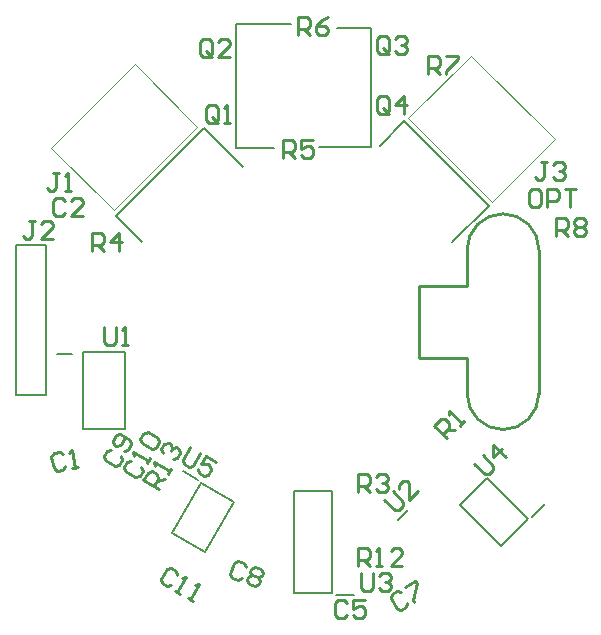
<source format=gbr>
%TF.GenerationSoftware,Altium Limited,Altium Designer,22.1.2 (22)*%
G04 Layer_Color=65535*
%FSLAX45Y45*%
%MOMM*%
%TF.SameCoordinates,A05C4332-DD78-49BD-A17D-671ED2E2A3CF*%
%TF.FilePolarity,Positive*%
%TF.FileFunction,Legend,Top*%
%TF.Part,Single*%
G01*
G75*
%TA.AperFunction,NonConductor*%
%ADD48C,0.25400*%
%ADD62C,0.20000*%
%ADD63C,0.10000*%
D48*
X3950991Y1992383D02*
G03*
X4558609Y1992383I303809J-991D01*
G01*
X4559600Y3208541D02*
G03*
X3950000Y3208541I-304800J1058D01*
G01*
X4559600Y1992383D02*
Y3208541D01*
X3951983Y1992383D02*
Y2295200D01*
X3950000Y2904800D02*
Y3208541D01*
X3543600Y2904800D02*
X3950000D01*
X3543600Y2295200D02*
X3951983D01*
X3543600D02*
Y2904800D01*
X3289308Y4889517D02*
Y4991083D01*
X3263917Y5016475D01*
X3213133D01*
X3187741Y4991083D01*
Y4889517D01*
X3213133Y4864125D01*
X3263917D01*
X3238525Y4914908D02*
X3289308Y4864125D01*
X3263917D02*
X3289308Y4889517D01*
X3340092Y4991083D02*
X3365484Y5016475D01*
X3416267D01*
X3441659Y4991083D01*
Y4965692D01*
X3416267Y4940300D01*
X3390875D01*
X3416267D01*
X3441659Y4914908D01*
Y4889517D01*
X3416267Y4864125D01*
X3365484D01*
X3340092Y4889517D01*
X292108Y3454375D02*
X241325D01*
X266717D01*
Y3327417D01*
X241325Y3302025D01*
X215933D01*
X190541Y3327417D01*
X444459Y3302025D02*
X342892D01*
X444459Y3403592D01*
Y3428983D01*
X419067Y3454375D01*
X368284D01*
X342892Y3428983D01*
X876333Y2552675D02*
Y2425717D01*
X901725Y2400325D01*
X952508D01*
X977900Y2425717D01*
Y2552675D01*
X1028684Y2400325D02*
X1079467D01*
X1054076D01*
Y2552675D01*
X1028684Y2527283D01*
X1841500Y4305317D02*
Y4406883D01*
X1816108Y4432275D01*
X1765325D01*
X1739933Y4406883D01*
Y4305317D01*
X1765325Y4279925D01*
X1816108D01*
X1790717Y4330708D02*
X1841500Y4279925D01*
X1816108D02*
X1841500Y4305317D01*
X1892284Y4279925D02*
X1943067D01*
X1917676D01*
Y4432275D01*
X1892284Y4406883D01*
X1342351Y1181288D02*
X1210411Y1257463D01*
X1248499Y1323433D01*
X1283185Y1332727D01*
X1327164Y1307335D01*
X1336459Y1272649D01*
X1298371Y1206680D01*
X1323763Y1250659D02*
X1393134Y1269248D01*
X1418526Y1313227D02*
X1443918Y1357207D01*
X1431222Y1335218D01*
X1299282Y1411393D01*
X1308577Y1376707D01*
X1372056Y1486657D02*
X1362762Y1521342D01*
X1388153Y1565322D01*
X1422839Y1574616D01*
X1444829Y1561921D01*
X1454123Y1527235D01*
X1441427Y1505245D01*
X1454123Y1527235D01*
X1488809Y1536529D01*
X1510799Y1523833D01*
X1520093Y1489147D01*
X1494701Y1445167D01*
X1460015Y1435873D01*
X1105384Y1421627D02*
X1070698Y1412333D01*
X1045307Y1368353D01*
X1054601Y1333667D01*
X1142560Y1282884D01*
X1177246Y1292178D01*
X1202638Y1336158D01*
X1193344Y1370843D01*
X1240726Y1402127D02*
X1266118Y1446107D01*
X1253422Y1424117D01*
X1121482Y1500293D01*
X1130776Y1465607D01*
X1194256Y1575556D02*
X1184962Y1610242D01*
X1210353Y1654222D01*
X1245039Y1663516D01*
X1332999Y1612733D01*
X1342293Y1578047D01*
X1316901Y1534067D01*
X1282215Y1524773D01*
X1194256Y1575556D01*
X933924Y1514702D02*
X899238Y1505408D01*
X873847Y1461428D01*
X883141Y1426742D01*
X971100Y1375959D01*
X1005786Y1385253D01*
X1031178Y1429233D01*
X1021884Y1463918D01*
X1047276Y1507898D02*
X1081962Y1517192D01*
X1107354Y1561172D01*
X1098060Y1595858D01*
X1010100Y1646642D01*
X975414Y1637347D01*
X950022Y1593368D01*
X959316Y1558682D01*
X981306Y1545986D01*
X1015992Y1555280D01*
X1054080Y1621250D01*
X2933708Y215883D02*
X2908317Y241275D01*
X2857533D01*
X2832141Y215883D01*
Y114317D01*
X2857533Y88925D01*
X2908317D01*
X2933708Y114317D01*
X3086059Y241275D02*
X2984492D01*
Y165100D01*
X3035275Y190492D01*
X3060667D01*
X3086059Y165100D01*
Y114317D01*
X3060667Y88925D01*
X3009884D01*
X2984492Y114317D01*
X1494417Y456719D02*
X1485123Y491405D01*
X1441143Y516797D01*
X1406457Y507503D01*
X1355674Y419543D01*
X1364968Y384857D01*
X1408948Y359466D01*
X1443634Y368760D01*
X1474918Y321378D02*
X1518897Y295986D01*
X1496908Y308682D01*
X1573083Y440622D01*
X1538397Y431328D01*
X1584867Y257899D02*
X1628847Y232507D01*
X1606857Y245203D01*
X1683032Y377142D01*
X1648347Y367848D01*
X3247262Y1094390D02*
X3337036Y1004617D01*
X3372945D01*
X3408854Y1040526D01*
Y1076436D01*
X3319081Y1166209D01*
X3534538D02*
X3462719Y1094390D01*
Y1238028D01*
X3444764Y1255983D01*
X3408854D01*
X3372945Y1220074D01*
Y1184164D01*
X546108Y3619483D02*
X520717Y3644875D01*
X469933D01*
X444541Y3619483D01*
Y3517917D01*
X469933Y3492525D01*
X520717D01*
X546108Y3517917D01*
X698459Y3492525D02*
X596892D01*
X698459Y3594092D01*
Y3619483D01*
X673067Y3644875D01*
X622284D01*
X596892Y3619483D01*
X3289308Y4381517D02*
Y4483083D01*
X3263917Y4508475D01*
X3213133D01*
X3187741Y4483083D01*
Y4381517D01*
X3213133Y4356125D01*
X3263917D01*
X3238525Y4406908D02*
X3289308Y4356125D01*
X3263917D02*
X3289308Y4381517D01*
X3416267Y4356125D02*
Y4508475D01*
X3340092Y4432300D01*
X3441659D01*
X1604538Y1539149D02*
X1541059Y1429200D01*
X1550353Y1394514D01*
X1594333Y1369122D01*
X1629019Y1378416D01*
X1692498Y1488366D01*
X1824438Y1412190D02*
X1736478Y1462974D01*
X1698390Y1397004D01*
X1755066Y1393602D01*
X1777056Y1380906D01*
X1786350Y1346220D01*
X1760958Y1302240D01*
X1726272Y1292946D01*
X1682293Y1318338D01*
X1672998Y1353024D01*
X4009262Y1399191D02*
X4099036Y1309417D01*
X4134946D01*
X4170855Y1345326D01*
Y1381236D01*
X4081081Y1471010D01*
X4278583Y1453055D02*
X4170855Y1560783D01*
Y1453055D01*
X4242674Y1524874D01*
X3048041Y469875D02*
Y342917D01*
X3073433Y317525D01*
X3124217D01*
X3149608Y342917D01*
Y469875D01*
X3200392Y444483D02*
X3225784Y469875D01*
X3276567D01*
X3301959Y444483D01*
Y419092D01*
X3276567Y393700D01*
X3251175D01*
X3276567D01*
X3301959Y368308D01*
Y342917D01*
X3276567Y317525D01*
X3225784D01*
X3200392Y342917D01*
X3022662Y533425D02*
Y685775D01*
X3098837D01*
X3124229Y660383D01*
Y609600D01*
X3098837Y584208D01*
X3022662D01*
X3073445D02*
X3124229Y533425D01*
X3175012D02*
X3225796D01*
X3200404D01*
Y685775D01*
X3175012Y660383D01*
X3403539Y533425D02*
X3301971D01*
X3403539Y634992D01*
Y660383D01*
X3378147Y685775D01*
X3327363D01*
X3301971Y660383D01*
X4699041Y3327425D02*
Y3479775D01*
X4775217D01*
X4800608Y3454383D01*
Y3403600D01*
X4775217Y3378208D01*
X4699041D01*
X4749825D02*
X4800608Y3327425D01*
X4851392Y3454383D02*
X4876784Y3479775D01*
X4927567D01*
X4952959Y3454383D01*
Y3428992D01*
X4927567Y3403600D01*
X4952959Y3378208D01*
Y3352817D01*
X4927567Y3327425D01*
X4876784D01*
X4851392Y3352817D01*
Y3378208D01*
X4876784Y3403600D01*
X4851392Y3428992D01*
Y3454383D01*
X4876784Y3403600D02*
X4927567D01*
X3619541Y4699025D02*
Y4851375D01*
X3695717D01*
X3721108Y4825983D01*
Y4775200D01*
X3695717Y4749808D01*
X3619541D01*
X3670325D02*
X3721108Y4699025D01*
X3771892Y4851375D02*
X3873459D01*
Y4825983D01*
X3771892Y4724417D01*
Y4699025D01*
X2514641Y5029225D02*
Y5181575D01*
X2590817D01*
X2616208Y5156183D01*
Y5105400D01*
X2590817Y5080008D01*
X2514641D01*
X2565425D02*
X2616208Y5029225D01*
X2768559Y5181575D02*
X2717775Y5156183D01*
X2666992Y5105400D01*
Y5054617D01*
X2692384Y5029225D01*
X2743167D01*
X2768559Y5054617D01*
Y5080008D01*
X2743167Y5105400D01*
X2666992D01*
X2387641Y3987825D02*
Y4140175D01*
X2463817D01*
X2489208Y4114783D01*
Y4064000D01*
X2463817Y4038608D01*
X2387641D01*
X2438425D02*
X2489208Y3987825D01*
X2641559Y4140175D02*
X2539992D01*
Y4064000D01*
X2590775Y4089392D01*
X2616167D01*
X2641559Y4064000D01*
Y4013217D01*
X2616167Y3987825D01*
X2565384D01*
X2539992Y4013217D01*
X772160Y3197860D02*
Y3350211D01*
X848335D01*
X873727Y3324819D01*
Y3274035D01*
X848335Y3248643D01*
X772160D01*
X822943D02*
X873727Y3197860D01*
X1000686D02*
Y3350211D01*
X924511Y3274035D01*
X1026078D01*
X3022641Y1155725D02*
Y1308075D01*
X3098817D01*
X3124208Y1282683D01*
Y1231900D01*
X3098817Y1206508D01*
X3022641D01*
X3073425D02*
X3124208Y1155725D01*
X3174992Y1282683D02*
X3200384Y1308075D01*
X3251167D01*
X3276559Y1282683D01*
Y1257292D01*
X3251167Y1231900D01*
X3225775D01*
X3251167D01*
X3276559Y1206508D01*
Y1181117D01*
X3251167Y1155725D01*
X3200384D01*
X3174992Y1181117D01*
X3779346Y1614217D02*
X3671617Y1721946D01*
X3725481Y1775810D01*
X3761391D01*
X3797300Y1739900D01*
Y1703991D01*
X3743436Y1650126D01*
X3779346Y1686036D02*
X3851164D01*
X3887074Y1721946D02*
X3922983Y1757855D01*
X3905029Y1739900D01*
X3797300Y1847629D01*
Y1811719D01*
X1790708Y4864117D02*
Y4965683D01*
X1765317Y4991075D01*
X1714533D01*
X1689141Y4965683D01*
Y4864117D01*
X1714533Y4838725D01*
X1765317D01*
X1739925Y4889508D02*
X1790708Y4838725D01*
X1765317D02*
X1790708Y4864117D01*
X1943059Y4838725D02*
X1841492D01*
X1943059Y4940292D01*
Y4965683D01*
X1917667Y4991075D01*
X1866884D01*
X1841492Y4965683D01*
X4546641Y3721075D02*
X4495858D01*
X4470466Y3695683D01*
Y3594117D01*
X4495858Y3568725D01*
X4546641D01*
X4572033Y3594117D01*
Y3695683D01*
X4546641Y3721075D01*
X4622817Y3568725D02*
Y3721075D01*
X4698992D01*
X4724384Y3695683D01*
Y3644900D01*
X4698992Y3619508D01*
X4622817D01*
X4775167Y3721075D02*
X4876734D01*
X4825951D01*
Y3568725D01*
X4622808Y3949675D02*
X4572025D01*
X4597417D01*
Y3822717D01*
X4572025Y3797325D01*
X4546633D01*
X4521241Y3822717D01*
X4673592Y3924283D02*
X4698984Y3949675D01*
X4749767D01*
X4775159Y3924283D01*
Y3898892D01*
X4749767Y3873500D01*
X4724375D01*
X4749767D01*
X4775159Y3848108D01*
Y3822717D01*
X4749767Y3797325D01*
X4698984D01*
X4673592Y3822717D01*
X495300Y3860775D02*
X444517D01*
X469908D01*
Y3733817D01*
X444517Y3708425D01*
X419125D01*
X393733Y3733817D01*
X546084Y3708425D02*
X596867D01*
X571476D01*
Y3860775D01*
X546084Y3835383D01*
X2075857Y526251D02*
X2060422Y558674D01*
X2012563Y575661D01*
X1980141Y560224D01*
X1946168Y464508D01*
X1961604Y432085D01*
X2009462Y415099D01*
X2041885Y430535D01*
X2123716Y509265D02*
X2156138Y524701D01*
X2203997Y507715D01*
X2219433Y475292D01*
X2210940Y451363D01*
X2178517Y435927D01*
X2193953Y403504D01*
X2185460Y379575D01*
X2153037Y364139D01*
X2105179Y381126D01*
X2089743Y413548D01*
X2098236Y437477D01*
X2130659Y452913D01*
X2115223Y485336D01*
X2123716Y509265D01*
X2130659Y452913D02*
X2178517Y435927D01*
X3394318Y310684D02*
X3359633Y319978D01*
X3315653Y294586D01*
X3306359Y259900D01*
X3357142Y171941D01*
X3391828Y162647D01*
X3435808Y188038D01*
X3445102Y222724D01*
X3425602Y358066D02*
X3513562Y408849D01*
X3526258Y386859D01*
X3489082Y248116D01*
X3501778Y226126D01*
X531203Y1476480D02*
X501788Y1497077D01*
X451776Y1488258D01*
X431179Y1458843D01*
X448816Y1358819D01*
X478231Y1338222D01*
X528243Y1347041D01*
X548840Y1376456D01*
X603261Y1360268D02*
X653273Y1369087D01*
X628267Y1364677D01*
X601812Y1514714D01*
X581215Y1485299D01*
D62*
X127000Y3251200D02*
X381000D01*
Y1981200D02*
Y3251200D01*
X127000Y1981200D02*
Y3251200D01*
Y1981200D02*
X381000D01*
X476300Y2330800D02*
X606300D01*
X701100Y1694100D02*
Y2344500D01*
Y1694100D02*
X1051500D01*
Y2344500D01*
X701100D02*
X1051500D01*
X976235Y3498175D02*
X1202155Y3272255D01*
X976235Y3498175D02*
X1721525Y4243466D01*
X2053158Y3911833D01*
X3368617Y920680D02*
X3453470Y1005533D01*
X4498619Y946052D02*
X4606453Y1053886D01*
X4118196Y1276978D02*
X4464678Y930496D01*
X3891922Y1050704D02*
X4118196Y1276978D01*
X3891922Y1050704D02*
X4238404Y704222D01*
X4464678Y930496D01*
X2697800Y4079700D02*
X3137800D01*
Y5089700D01*
X2844800D02*
X3137800D01*
X1991900Y5124400D02*
X2460900Y5124400D01*
X1991900Y5124400D02*
X1991900Y4070400D01*
X2311400D01*
X1542556Y1336984D02*
X1674625Y1260735D01*
X1453436Y807624D02*
X1698436Y1231976D01*
X1453436Y807624D02*
X1730564Y647624D01*
X1975564Y1071976D01*
X1698436Y1231976D02*
X1975564Y1071976D01*
X2486100Y304100D02*
X2806100D01*
X2486100D02*
Y1169100D01*
X2806100D01*
Y304100D02*
Y1169100D01*
X2841100Y288100D02*
X2993600Y288100D01*
X3821845Y3272766D02*
X4132971Y3583893D01*
X3418794Y4298071D02*
X4132971Y3583893D01*
X3211611Y4090889D02*
X3418794Y4298071D01*
D63*
X3454027Y4324187D02*
X4161134Y3617081D01*
X3454027Y4324187D02*
X3984357Y4854518D01*
X4691464Y4147411D01*
X4161134Y3617081D02*
X4691464Y4147411D01*
X959012Y3542927D02*
X1666119Y4250034D01*
X428682Y4073258D02*
X959012Y3542927D01*
X428682Y4073258D02*
X1135789Y4780364D01*
X1666119Y4250034D01*
%TF.MD5,35502bec4bcfbb59fd8196ec135f38c5*%
M02*

</source>
